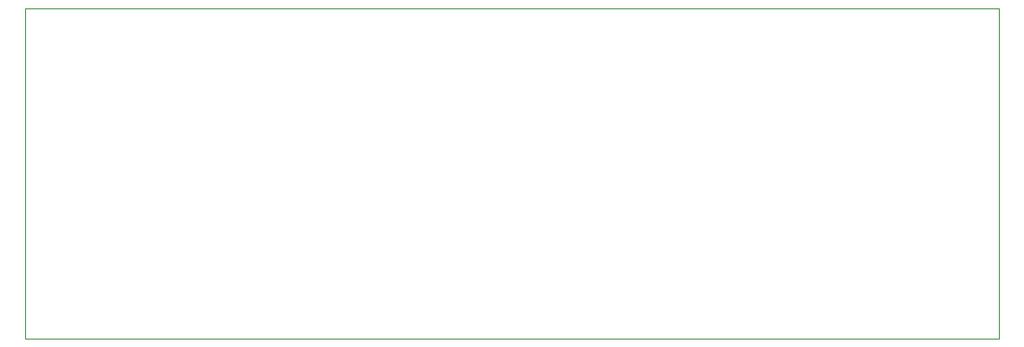
<source format=gbr>
%TF.GenerationSoftware,KiCad,Pcbnew,9.0.6*%
%TF.CreationDate,2026-02-07T10:01:58-05:00*%
%TF.ProjectId,OnionStraws,4f6e696f-6e53-4747-9261-77732e6b6963,rev?*%
%TF.SameCoordinates,Original*%
%TF.FileFunction,Profile,NP*%
%FSLAX46Y46*%
G04 Gerber Fmt 4.6, Leading zero omitted, Abs format (unit mm)*
G04 Created by KiCad (PCBNEW 9.0.6) date 2026-02-07 10:01:58*
%MOMM*%
%LPD*%
G01*
G04 APERTURE LIST*
%TA.AperFunction,Profile*%
%ADD10C,0.100000*%
%TD*%
G04 APERTURE END LIST*
D10*
X43000000Y-80000000D02*
X131600000Y-80000000D01*
X131600000Y-110000000D01*
X43000000Y-110000000D01*
X43000000Y-80000000D01*
M02*

</source>
